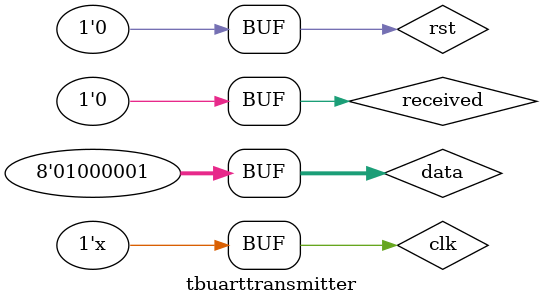
<source format=v>
module tbuarttransmitter;

        reg clk;
        reg rst;
        reg received;
        reg [7:0] data; 
        
        wire tx;
        wire transmitting;
        wire transmitted;
        wire [7:0] data_received;
        wire baud_tickt;
        wire [15:0] counter;
        wire [3:0] countt;
        
        Uart_transmitter mod1(clk,rst,received,data,tx,transmitting,transmitted,
                                data_received,countt,baud_tickt,counter);
        
        always #5 clk <= ~clk;
        
        initial begin
                clk=0;rst=1;received=0;
                #2 rst=0;
                data=8'h42;
                
                #3 received=1;
                
                #130125 received =0;
                
                #5 data=8'h41;
                #10 received =1;
                #130125 received =0;
                
                
        end
        
endmodule
                
</source>
